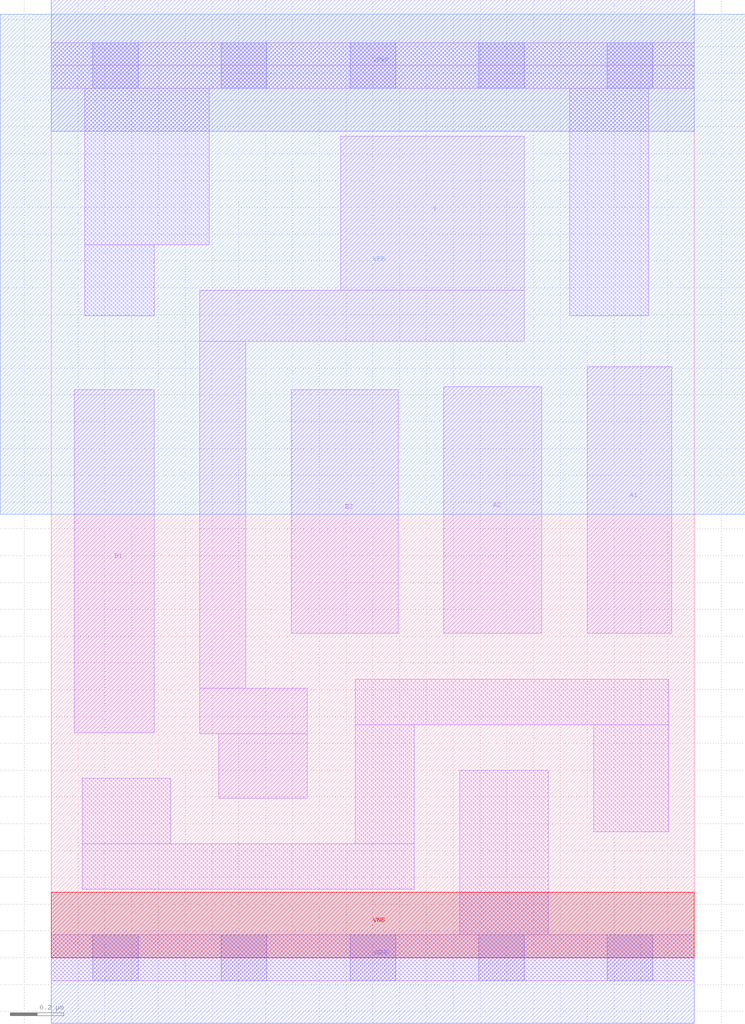
<source format=lef>
# Copyright 2020 The SkyWater PDK Authors
#
# Licensed under the Apache License, Version 2.0 (the "License");
# you may not use this file except in compliance with the License.
# You may obtain a copy of the License at
#
#     https://www.apache.org/licenses/LICENSE-2.0
#
# Unless required by applicable law or agreed to in writing, software
# distributed under the License is distributed on an "AS IS" BASIS,
# WITHOUT WARRANTIES OR CONDITIONS OF ANY KIND, either express or implied.
# See the License for the specific language governing permissions and
# limitations under the License.
#
# SPDX-License-Identifier: Apache-2.0

VERSION 5.7 ;
  NOWIREEXTENSIONATPIN ON ;
  DIVIDERCHAR "/" ;
  BUSBITCHARS "[]" ;
MACRO sky130_fd_sc_lp__o22ai_0
  CLASS CORE ;
  FOREIGN sky130_fd_sc_lp__o22ai_0 ;
  ORIGIN  0.000000  0.000000 ;
  SIZE  2.400000 BY  3.330000 ;
  SYMMETRY X Y R90 ;
  SITE unit ;
  PIN A1
    ANTENNAGATEAREA  0.159000 ;
    DIRECTION INPUT ;
    USE SIGNAL ;
    PORT
      LAYER li1 ;
        RECT 2.000000 1.210000 2.315000 2.205000 ;
    END
  END A1
  PIN A2
    ANTENNAGATEAREA  0.159000 ;
    DIRECTION INPUT ;
    USE SIGNAL ;
    PORT
      LAYER li1 ;
        RECT 1.465000 1.210000 1.830000 2.130000 ;
    END
  END A2
  PIN B1
    ANTENNAGATEAREA  0.159000 ;
    DIRECTION INPUT ;
    USE SIGNAL ;
    PORT
      LAYER li1 ;
        RECT 0.085000 0.840000 0.385000 2.120000 ;
    END
  END B1
  PIN B2
    ANTENNAGATEAREA  0.159000 ;
    DIRECTION INPUT ;
    USE SIGNAL ;
    PORT
      LAYER li1 ;
        RECT 0.895000 1.210000 1.295000 2.120000 ;
    END
  END B2
  PIN Y
    ANTENNADIFFAREA  0.328300 ;
    DIRECTION OUTPUT ;
    USE SIGNAL ;
    PORT
      LAYER li1 ;
        RECT 0.555000 0.835000 0.955000 1.005000 ;
        RECT 0.555000 1.005000 0.725000 2.300000 ;
        RECT 0.555000 2.300000 1.765000 2.490000 ;
        RECT 0.625000 0.595000 0.955000 0.835000 ;
        RECT 1.080000 2.490000 1.765000 3.065000 ;
    END
  END Y
  PIN VGND
    DIRECTION INOUT ;
    USE GROUND ;
    PORT
      LAYER met1 ;
        RECT 0.000000 -0.245000 2.400000 0.245000 ;
    END
  END VGND
  PIN VNB
    DIRECTION INOUT ;
    USE GROUND ;
    PORT
      LAYER pwell ;
        RECT 0.000000 0.000000 2.400000 0.245000 ;
    END
  END VNB
  PIN VPB
    DIRECTION INOUT ;
    USE POWER ;
    PORT
      LAYER nwell ;
        RECT -0.190000 1.655000 2.590000 3.520000 ;
    END
  END VPB
  PIN VPWR
    DIRECTION INOUT ;
    USE POWER ;
    PORT
      LAYER met1 ;
        RECT 0.000000 3.085000 2.400000 3.575000 ;
    END
  END VPWR
  OBS
    LAYER li1 ;
      RECT 0.000000 -0.085000 2.400000 0.085000 ;
      RECT 0.000000  3.245000 2.400000 3.415000 ;
      RECT 0.115000  0.255000 1.355000 0.425000 ;
      RECT 0.115000  0.425000 0.445000 0.670000 ;
      RECT 0.125000  2.395000 0.385000 2.660000 ;
      RECT 0.125000  2.660000 0.590000 3.245000 ;
      RECT 1.135000  0.425000 1.355000 0.870000 ;
      RECT 1.135000  0.870000 2.305000 1.040000 ;
      RECT 1.525000  0.085000 1.855000 0.700000 ;
      RECT 1.935000  2.395000 2.230000 3.245000 ;
      RECT 2.025000  0.470000 2.305000 0.870000 ;
    LAYER mcon ;
      RECT 0.155000 -0.085000 0.325000 0.085000 ;
      RECT 0.155000  3.245000 0.325000 3.415000 ;
      RECT 0.635000 -0.085000 0.805000 0.085000 ;
      RECT 0.635000  3.245000 0.805000 3.415000 ;
      RECT 1.115000 -0.085000 1.285000 0.085000 ;
      RECT 1.115000  3.245000 1.285000 3.415000 ;
      RECT 1.595000 -0.085000 1.765000 0.085000 ;
      RECT 1.595000  3.245000 1.765000 3.415000 ;
      RECT 2.075000 -0.085000 2.245000 0.085000 ;
      RECT 2.075000  3.245000 2.245000 3.415000 ;
  END
END sky130_fd_sc_lp__o22ai_0
END LIBRARY

</source>
